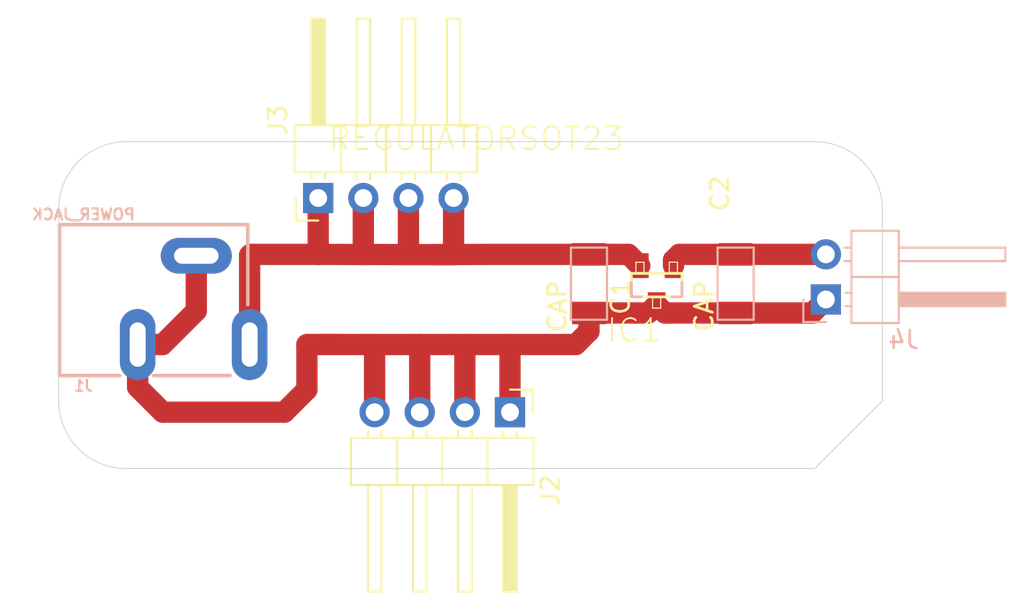
<source format=kicad_pcb>
(kicad_pcb (version 20171130) (host pcbnew "(5.1.5-0-10_14)")

  (general
    (thickness 1.6)
    (drawings 8)
    (tracks 44)
    (zones 0)
    (modules 7)
    (nets 3)
  )

  (page A4)
  (layers
    (0 F.Cu signal)
    (31 B.Cu signal)
    (32 B.Adhes user)
    (33 F.Adhes user)
    (34 B.Paste user)
    (35 F.Paste user)
    (36 B.SilkS user)
    (37 F.SilkS user)
    (38 B.Mask user)
    (39 F.Mask user)
    (40 Dwgs.User user)
    (41 Cmts.User user)
    (42 Eco1.User user)
    (43 Eco2.User user)
    (44 Edge.Cuts user)
    (45 Margin user)
    (46 B.CrtYd user)
    (47 F.CrtYd user)
    (48 B.Fab user)
    (49 F.Fab user)
  )

  (setup
    (last_trace_width 0.4)
    (trace_clearance 0.42)
    (zone_clearance 0.508)
    (zone_45_only no)
    (trace_min 0.2)
    (via_size 1.2)
    (via_drill 0.8)
    (via_min_size 0.4)
    (via_min_drill 0.3)
    (uvia_size 1.2)
    (uvia_drill 0.8)
    (uvias_allowed no)
    (uvia_min_size 0.2)
    (uvia_min_drill 0.1)
    (edge_width 0.05)
    (segment_width 0.2)
    (pcb_text_width 0.3)
    (pcb_text_size 1.5 1.5)
    (mod_edge_width 0.12)
    (mod_text_size 1 1)
    (mod_text_width 0.15)
    (pad_size 1.99898 3.99796)
    (pad_drill 0.9)
    (pad_to_mask_clearance 0.051)
    (solder_mask_min_width 0.25)
    (aux_axis_origin 0 0)
    (visible_elements FFFFFF7F)
    (pcbplotparams
      (layerselection 0x01000_7fffffff)
      (usegerberextensions false)
      (usegerberattributes false)
      (usegerberadvancedattributes false)
      (creategerberjobfile false)
      (excludeedgelayer true)
      (linewidth 0.100000)
      (plotframeref false)
      (viasonmask false)
      (mode 1)
      (useauxorigin false)
      (hpglpennumber 1)
      (hpglpenspeed 20)
      (hpglpendiameter 15.000000)
      (psnegative false)
      (psa4output false)
      (plotreference true)
      (plotvalue true)
      (plotinvisibletext false)
      (padsonsilk false)
      (subtractmaskfromsilk false)
      (outputformat 1)
      (mirror false)
      (drillshape 0)
      (scaleselection 1)
      (outputdirectory ""))
  )

  (net 0 "")
  (net 1 GND)
  (net 2 VCC)

  (net_class Default "This is the default net class."
    (clearance 0.42)
    (trace_width 0.4)
    (via_dia 1.2)
    (via_drill 0.8)
    (uvia_dia 1.2)
    (uvia_drill 0.8)
    (diff_pair_width 0.4)
    (diff_pair_gap 0.4)
    (add_net GND)
    (add_net VCC)
  )

  (module fab:fab-R1206FAB (layer F.Cu) (tedit 200000) (tstamp 5EE673FC)
    (at 167.005 91.821 270)
    (path /5EE5F362)
    (attr smd)
    (fp_text reference C2 (at -5.08 0.889 90) (layer F.SilkS)
      (effects (font (size 1.016 1.016) (thickness 0.1524)))
    )
    (fp_text value CAP (at 1.27 1.778 90) (layer F.SilkS)
      (effects (font (size 1.016 1.016) (thickness 0.1524)))
    )
    (fp_line (start -2.032 1.016) (end -2.032 -1.016) (layer B.SilkS) (width 0.127))
    (fp_line (start 2.032 1.016) (end -2.032 1.016) (layer B.SilkS) (width 0.127))
    (fp_line (start 2.032 -1.016) (end 2.032 1.016) (layer B.SilkS) (width 0.127))
    (fp_line (start -2.032 -1.016) (end 2.032 -1.016) (layer B.SilkS) (width 0.127))
    (pad 2 smd rect (at 1.651 0 270) (size 1.27 1.905) (layers F.Cu F.Paste F.Mask)
      (net 1 GND))
    (pad 1 smd rect (at -1.651 0 270) (size 1.27 1.905) (layers F.Cu F.Paste F.Mask)
      (net 2 VCC))
  )

  (module fab:fab-R1206FAB (layer F.Cu) (tedit 200000) (tstamp 5EE673F2)
    (at 158.75 91.821 270)
    (path /5EE5E705)
    (attr smd)
    (fp_text reference C1 (at 0.762 -1.778 90) (layer F.SilkS)
      (effects (font (size 1.016 1.016) (thickness 0.1524)))
    )
    (fp_text value CAP (at 1.27 1.778 90) (layer F.SilkS)
      (effects (font (size 1.016 1.016) (thickness 0.1524)))
    )
    (fp_line (start -2.032 1.016) (end -2.032 -1.016) (layer B.SilkS) (width 0.127))
    (fp_line (start 2.032 1.016) (end -2.032 1.016) (layer B.SilkS) (width 0.127))
    (fp_line (start 2.032 -1.016) (end 2.032 1.016) (layer B.SilkS) (width 0.127))
    (fp_line (start -2.032 -1.016) (end 2.032 -1.016) (layer B.SilkS) (width 0.127))
    (pad 2 smd rect (at 1.651 0 270) (size 1.27 1.905) (layers F.Cu F.Paste F.Mask)
      (net 1 GND))
    (pad 1 smd rect (at -1.651 0 270) (size 1.27 1.905) (layers F.Cu F.Paste F.Mask)
      (net 2 VCC))
  )

  (module Connector_PinHeader_2.54mm:PinHeader_1x02_P2.54mm_Horizontal (layer B.Cu) (tedit 59FED5CB) (tstamp 5EE63693)
    (at 172.085 92.71)
    (descr "Through hole angled pin header, 1x02, 2.54mm pitch, 6mm pin length, single row")
    (tags "Through hole angled pin header THT 1x02 2.54mm single row")
    (path /5EE66AF2)
    (fp_text reference J4 (at 4.385 2.27) (layer B.SilkS)
      (effects (font (size 1 1) (thickness 0.15)) (justify mirror))
    )
    (fp_text value Conn_01x02_Male (at 4.385 -4.81) (layer B.Fab)
      (effects (font (size 1 1) (thickness 0.15)) (justify mirror))
    )
    (fp_text user %R (at 2.77 -1.27 -90) (layer B.Fab)
      (effects (font (size 1 1) (thickness 0.15)) (justify mirror))
    )
    (fp_line (start 10.55 1.8) (end -1.8 1.8) (layer B.CrtYd) (width 0.05))
    (fp_line (start 10.55 -4.35) (end 10.55 1.8) (layer B.CrtYd) (width 0.05))
    (fp_line (start -1.8 -4.35) (end 10.55 -4.35) (layer B.CrtYd) (width 0.05))
    (fp_line (start -1.8 1.8) (end -1.8 -4.35) (layer B.CrtYd) (width 0.05))
    (fp_line (start -1.27 1.27) (end 0 1.27) (layer B.SilkS) (width 0.12))
    (fp_line (start -1.27 0) (end -1.27 1.27) (layer B.SilkS) (width 0.12))
    (fp_line (start 1.042929 -2.92) (end 1.44 -2.92) (layer B.SilkS) (width 0.12))
    (fp_line (start 1.042929 -2.16) (end 1.44 -2.16) (layer B.SilkS) (width 0.12))
    (fp_line (start 10.1 -2.92) (end 4.1 -2.92) (layer B.SilkS) (width 0.12))
    (fp_line (start 10.1 -2.16) (end 10.1 -2.92) (layer B.SilkS) (width 0.12))
    (fp_line (start 4.1 -2.16) (end 10.1 -2.16) (layer B.SilkS) (width 0.12))
    (fp_line (start 1.44 -1.27) (end 4.1 -1.27) (layer B.SilkS) (width 0.12))
    (fp_line (start 1.11 -0.38) (end 1.44 -0.38) (layer B.SilkS) (width 0.12))
    (fp_line (start 1.11 0.38) (end 1.44 0.38) (layer B.SilkS) (width 0.12))
    (fp_line (start 4.1 -0.28) (end 10.1 -0.28) (layer B.SilkS) (width 0.12))
    (fp_line (start 4.1 -0.16) (end 10.1 -0.16) (layer B.SilkS) (width 0.12))
    (fp_line (start 4.1 -0.04) (end 10.1 -0.04) (layer B.SilkS) (width 0.12))
    (fp_line (start 4.1 0.08) (end 10.1 0.08) (layer B.SilkS) (width 0.12))
    (fp_line (start 4.1 0.2) (end 10.1 0.2) (layer B.SilkS) (width 0.12))
    (fp_line (start 4.1 0.32) (end 10.1 0.32) (layer B.SilkS) (width 0.12))
    (fp_line (start 10.1 -0.38) (end 4.1 -0.38) (layer B.SilkS) (width 0.12))
    (fp_line (start 10.1 0.38) (end 10.1 -0.38) (layer B.SilkS) (width 0.12))
    (fp_line (start 4.1 0.38) (end 10.1 0.38) (layer B.SilkS) (width 0.12))
    (fp_line (start 4.1 1.33) (end 1.44 1.33) (layer B.SilkS) (width 0.12))
    (fp_line (start 4.1 -3.87) (end 4.1 1.33) (layer B.SilkS) (width 0.12))
    (fp_line (start 1.44 -3.87) (end 4.1 -3.87) (layer B.SilkS) (width 0.12))
    (fp_line (start 1.44 1.33) (end 1.44 -3.87) (layer B.SilkS) (width 0.12))
    (fp_line (start 4.04 -2.86) (end 10.04 -2.86) (layer B.Fab) (width 0.1))
    (fp_line (start 10.04 -2.22) (end 10.04 -2.86) (layer B.Fab) (width 0.1))
    (fp_line (start 4.04 -2.22) (end 10.04 -2.22) (layer B.Fab) (width 0.1))
    (fp_line (start -0.32 -2.86) (end 1.5 -2.86) (layer B.Fab) (width 0.1))
    (fp_line (start -0.32 -2.22) (end -0.32 -2.86) (layer B.Fab) (width 0.1))
    (fp_line (start -0.32 -2.22) (end 1.5 -2.22) (layer B.Fab) (width 0.1))
    (fp_line (start 4.04 -0.32) (end 10.04 -0.32) (layer B.Fab) (width 0.1))
    (fp_line (start 10.04 0.32) (end 10.04 -0.32) (layer B.Fab) (width 0.1))
    (fp_line (start 4.04 0.32) (end 10.04 0.32) (layer B.Fab) (width 0.1))
    (fp_line (start -0.32 -0.32) (end 1.5 -0.32) (layer B.Fab) (width 0.1))
    (fp_line (start -0.32 0.32) (end -0.32 -0.32) (layer B.Fab) (width 0.1))
    (fp_line (start -0.32 0.32) (end 1.5 0.32) (layer B.Fab) (width 0.1))
    (fp_line (start 1.5 0.635) (end 2.135 1.27) (layer B.Fab) (width 0.1))
    (fp_line (start 1.5 -3.81) (end 1.5 0.635) (layer B.Fab) (width 0.1))
    (fp_line (start 4.04 -3.81) (end 1.5 -3.81) (layer B.Fab) (width 0.1))
    (fp_line (start 4.04 1.27) (end 4.04 -3.81) (layer B.Fab) (width 0.1))
    (fp_line (start 2.135 1.27) (end 4.04 1.27) (layer B.Fab) (width 0.1))
    (pad 2 thru_hole oval (at 0 -2.54) (size 1.7 1.7) (drill 1) (layers *.Cu *.Mask)
      (net 2 VCC))
    (pad 1 thru_hole rect (at 0 0) (size 1.7 1.7) (drill 1) (layers *.Cu *.Mask)
      (net 1 GND))
    (model ${KISYS3DMOD}/Connector_PinHeader_2.54mm.3dshapes/PinHeader_1x02_P2.54mm_Horizontal.wrl
      (at (xyz 0 0 0))
      (scale (xyz 1 1 1))
      (rotate (xyz 0 0 0))
    )
  )

  (module Connector_PinHeader_2.54mm:PinHeader_1x04_P2.54mm_Horizontal (layer F.Cu) (tedit 59FED5CB) (tstamp 5EE63660)
    (at 143.51 86.995 90)
    (descr "Through hole angled pin header, 1x04, 2.54mm pitch, 6mm pin length, single row")
    (tags "Through hole angled pin header THT 1x04 2.54mm single row")
    (path /5EE68932)
    (fp_text reference J3 (at 4.385 -2.27 90) (layer F.SilkS)
      (effects (font (size 1 1) (thickness 0.15)))
    )
    (fp_text value Conn_01x04_Male (at 4.385 9.89 90) (layer F.Fab)
      (effects (font (size 1 1) (thickness 0.15)))
    )
    (fp_text user %R (at 2.77 3.81) (layer F.Fab)
      (effects (font (size 1 1) (thickness 0.15)))
    )
    (fp_line (start 10.55 -1.8) (end -1.8 -1.8) (layer F.CrtYd) (width 0.05))
    (fp_line (start 10.55 9.4) (end 10.55 -1.8) (layer F.CrtYd) (width 0.05))
    (fp_line (start -1.8 9.4) (end 10.55 9.4) (layer F.CrtYd) (width 0.05))
    (fp_line (start -1.8 -1.8) (end -1.8 9.4) (layer F.CrtYd) (width 0.05))
    (fp_line (start -1.27 -1.27) (end 0 -1.27) (layer F.SilkS) (width 0.12))
    (fp_line (start -1.27 0) (end -1.27 -1.27) (layer F.SilkS) (width 0.12))
    (fp_line (start 1.042929 8) (end 1.44 8) (layer F.SilkS) (width 0.12))
    (fp_line (start 1.042929 7.24) (end 1.44 7.24) (layer F.SilkS) (width 0.12))
    (fp_line (start 10.1 8) (end 4.1 8) (layer F.SilkS) (width 0.12))
    (fp_line (start 10.1 7.24) (end 10.1 8) (layer F.SilkS) (width 0.12))
    (fp_line (start 4.1 7.24) (end 10.1 7.24) (layer F.SilkS) (width 0.12))
    (fp_line (start 1.44 6.35) (end 4.1 6.35) (layer F.SilkS) (width 0.12))
    (fp_line (start 1.042929 5.46) (end 1.44 5.46) (layer F.SilkS) (width 0.12))
    (fp_line (start 1.042929 4.7) (end 1.44 4.7) (layer F.SilkS) (width 0.12))
    (fp_line (start 10.1 5.46) (end 4.1 5.46) (layer F.SilkS) (width 0.12))
    (fp_line (start 10.1 4.7) (end 10.1 5.46) (layer F.SilkS) (width 0.12))
    (fp_line (start 4.1 4.7) (end 10.1 4.7) (layer F.SilkS) (width 0.12))
    (fp_line (start 1.44 3.81) (end 4.1 3.81) (layer F.SilkS) (width 0.12))
    (fp_line (start 1.042929 2.92) (end 1.44 2.92) (layer F.SilkS) (width 0.12))
    (fp_line (start 1.042929 2.16) (end 1.44 2.16) (layer F.SilkS) (width 0.12))
    (fp_line (start 10.1 2.92) (end 4.1 2.92) (layer F.SilkS) (width 0.12))
    (fp_line (start 10.1 2.16) (end 10.1 2.92) (layer F.SilkS) (width 0.12))
    (fp_line (start 4.1 2.16) (end 10.1 2.16) (layer F.SilkS) (width 0.12))
    (fp_line (start 1.44 1.27) (end 4.1 1.27) (layer F.SilkS) (width 0.12))
    (fp_line (start 1.11 0.38) (end 1.44 0.38) (layer F.SilkS) (width 0.12))
    (fp_line (start 1.11 -0.38) (end 1.44 -0.38) (layer F.SilkS) (width 0.12))
    (fp_line (start 4.1 0.28) (end 10.1 0.28) (layer F.SilkS) (width 0.12))
    (fp_line (start 4.1 0.16) (end 10.1 0.16) (layer F.SilkS) (width 0.12))
    (fp_line (start 4.1 0.04) (end 10.1 0.04) (layer F.SilkS) (width 0.12))
    (fp_line (start 4.1 -0.08) (end 10.1 -0.08) (layer F.SilkS) (width 0.12))
    (fp_line (start 4.1 -0.2) (end 10.1 -0.2) (layer F.SilkS) (width 0.12))
    (fp_line (start 4.1 -0.32) (end 10.1 -0.32) (layer F.SilkS) (width 0.12))
    (fp_line (start 10.1 0.38) (end 4.1 0.38) (layer F.SilkS) (width 0.12))
    (fp_line (start 10.1 -0.38) (end 10.1 0.38) (layer F.SilkS) (width 0.12))
    (fp_line (start 4.1 -0.38) (end 10.1 -0.38) (layer F.SilkS) (width 0.12))
    (fp_line (start 4.1 -1.33) (end 1.44 -1.33) (layer F.SilkS) (width 0.12))
    (fp_line (start 4.1 8.95) (end 4.1 -1.33) (layer F.SilkS) (width 0.12))
    (fp_line (start 1.44 8.95) (end 4.1 8.95) (layer F.SilkS) (width 0.12))
    (fp_line (start 1.44 -1.33) (end 1.44 8.95) (layer F.SilkS) (width 0.12))
    (fp_line (start 4.04 7.94) (end 10.04 7.94) (layer F.Fab) (width 0.1))
    (fp_line (start 10.04 7.3) (end 10.04 7.94) (layer F.Fab) (width 0.1))
    (fp_line (start 4.04 7.3) (end 10.04 7.3) (layer F.Fab) (width 0.1))
    (fp_line (start -0.32 7.94) (end 1.5 7.94) (layer F.Fab) (width 0.1))
    (fp_line (start -0.32 7.3) (end -0.32 7.94) (layer F.Fab) (width 0.1))
    (fp_line (start -0.32 7.3) (end 1.5 7.3) (layer F.Fab) (width 0.1))
    (fp_line (start 4.04 5.4) (end 10.04 5.4) (layer F.Fab) (width 0.1))
    (fp_line (start 10.04 4.76) (end 10.04 5.4) (layer F.Fab) (width 0.1))
    (fp_line (start 4.04 4.76) (end 10.04 4.76) (layer F.Fab) (width 0.1))
    (fp_line (start -0.32 5.4) (end 1.5 5.4) (layer F.Fab) (width 0.1))
    (fp_line (start -0.32 4.76) (end -0.32 5.4) (layer F.Fab) (width 0.1))
    (fp_line (start -0.32 4.76) (end 1.5 4.76) (layer F.Fab) (width 0.1))
    (fp_line (start 4.04 2.86) (end 10.04 2.86) (layer F.Fab) (width 0.1))
    (fp_line (start 10.04 2.22) (end 10.04 2.86) (layer F.Fab) (width 0.1))
    (fp_line (start 4.04 2.22) (end 10.04 2.22) (layer F.Fab) (width 0.1))
    (fp_line (start -0.32 2.86) (end 1.5 2.86) (layer F.Fab) (width 0.1))
    (fp_line (start -0.32 2.22) (end -0.32 2.86) (layer F.Fab) (width 0.1))
    (fp_line (start -0.32 2.22) (end 1.5 2.22) (layer F.Fab) (width 0.1))
    (fp_line (start 4.04 0.32) (end 10.04 0.32) (layer F.Fab) (width 0.1))
    (fp_line (start 10.04 -0.32) (end 10.04 0.32) (layer F.Fab) (width 0.1))
    (fp_line (start 4.04 -0.32) (end 10.04 -0.32) (layer F.Fab) (width 0.1))
    (fp_line (start -0.32 0.32) (end 1.5 0.32) (layer F.Fab) (width 0.1))
    (fp_line (start -0.32 -0.32) (end -0.32 0.32) (layer F.Fab) (width 0.1))
    (fp_line (start -0.32 -0.32) (end 1.5 -0.32) (layer F.Fab) (width 0.1))
    (fp_line (start 1.5 -0.635) (end 2.135 -1.27) (layer F.Fab) (width 0.1))
    (fp_line (start 1.5 8.89) (end 1.5 -0.635) (layer F.Fab) (width 0.1))
    (fp_line (start 4.04 8.89) (end 1.5 8.89) (layer F.Fab) (width 0.1))
    (fp_line (start 4.04 -1.27) (end 4.04 8.89) (layer F.Fab) (width 0.1))
    (fp_line (start 2.135 -1.27) (end 4.04 -1.27) (layer F.Fab) (width 0.1))
    (pad 4 thru_hole oval (at 0 7.62 90) (size 1.7 1.7) (drill 1) (layers *.Cu *.Mask)
      (net 2 VCC))
    (pad 3 thru_hole oval (at 0 5.08 90) (size 1.7 1.7) (drill 1) (layers *.Cu *.Mask)
      (net 2 VCC))
    (pad 2 thru_hole oval (at 0 2.54 90) (size 1.7 1.7) (drill 1) (layers *.Cu *.Mask)
      (net 2 VCC))
    (pad 1 thru_hole rect (at 0 0 90) (size 1.7 1.7) (drill 1) (layers *.Cu *.Mask)
      (net 2 VCC))
    (model ${KISYS3DMOD}/Connector_PinHeader_2.54mm.3dshapes/PinHeader_1x04_P2.54mm_Horizontal.wrl
      (at (xyz 0 0 0))
      (scale (xyz 1 1 1))
      (rotate (xyz 0 0 0))
    )
  )

  (module Connector_PinHeader_2.54mm:PinHeader_1x04_P2.54mm_Horizontal (layer F.Cu) (tedit 59FED5CB) (tstamp 5EE63613)
    (at 154.305 99.06 270)
    (descr "Through hole angled pin header, 1x04, 2.54mm pitch, 6mm pin length, single row")
    (tags "Through hole angled pin header THT 1x04 2.54mm single row")
    (path /5EE6CBF7)
    (fp_text reference J2 (at 4.385 -2.27 90) (layer F.SilkS)
      (effects (font (size 1 1) (thickness 0.15)))
    )
    (fp_text value Conn_01x04_Male (at 4.385 9.89 90) (layer F.Fab)
      (effects (font (size 1 1) (thickness 0.15)))
    )
    (fp_text user %R (at 2.77 3.81) (layer F.Fab)
      (effects (font (size 1 1) (thickness 0.15)))
    )
    (fp_line (start 10.55 -1.8) (end -1.8 -1.8) (layer F.CrtYd) (width 0.05))
    (fp_line (start 10.55 9.4) (end 10.55 -1.8) (layer F.CrtYd) (width 0.05))
    (fp_line (start -1.8 9.4) (end 10.55 9.4) (layer F.CrtYd) (width 0.05))
    (fp_line (start -1.8 -1.8) (end -1.8 9.4) (layer F.CrtYd) (width 0.05))
    (fp_line (start -1.27 -1.27) (end 0 -1.27) (layer F.SilkS) (width 0.12))
    (fp_line (start -1.27 0) (end -1.27 -1.27) (layer F.SilkS) (width 0.12))
    (fp_line (start 1.042929 8) (end 1.44 8) (layer F.SilkS) (width 0.12))
    (fp_line (start 1.042929 7.24) (end 1.44 7.24) (layer F.SilkS) (width 0.12))
    (fp_line (start 10.1 8) (end 4.1 8) (layer F.SilkS) (width 0.12))
    (fp_line (start 10.1 7.24) (end 10.1 8) (layer F.SilkS) (width 0.12))
    (fp_line (start 4.1 7.24) (end 10.1 7.24) (layer F.SilkS) (width 0.12))
    (fp_line (start 1.44 6.35) (end 4.1 6.35) (layer F.SilkS) (width 0.12))
    (fp_line (start 1.042929 5.46) (end 1.44 5.46) (layer F.SilkS) (width 0.12))
    (fp_line (start 1.042929 4.7) (end 1.44 4.7) (layer F.SilkS) (width 0.12))
    (fp_line (start 10.1 5.46) (end 4.1 5.46) (layer F.SilkS) (width 0.12))
    (fp_line (start 10.1 4.7) (end 10.1 5.46) (layer F.SilkS) (width 0.12))
    (fp_line (start 4.1 4.7) (end 10.1 4.7) (layer F.SilkS) (width 0.12))
    (fp_line (start 1.44 3.81) (end 4.1 3.81) (layer F.SilkS) (width 0.12))
    (fp_line (start 1.042929 2.92) (end 1.44 2.92) (layer F.SilkS) (width 0.12))
    (fp_line (start 1.042929 2.16) (end 1.44 2.16) (layer F.SilkS) (width 0.12))
    (fp_line (start 10.1 2.92) (end 4.1 2.92) (layer F.SilkS) (width 0.12))
    (fp_line (start 10.1 2.16) (end 10.1 2.92) (layer F.SilkS) (width 0.12))
    (fp_line (start 4.1 2.16) (end 10.1 2.16) (layer F.SilkS) (width 0.12))
    (fp_line (start 1.44 1.27) (end 4.1 1.27) (layer F.SilkS) (width 0.12))
    (fp_line (start 1.11 0.38) (end 1.44 0.38) (layer F.SilkS) (width 0.12))
    (fp_line (start 1.11 -0.38) (end 1.44 -0.38) (layer F.SilkS) (width 0.12))
    (fp_line (start 4.1 0.28) (end 10.1 0.28) (layer F.SilkS) (width 0.12))
    (fp_line (start 4.1 0.16) (end 10.1 0.16) (layer F.SilkS) (width 0.12))
    (fp_line (start 4.1 0.04) (end 10.1 0.04) (layer F.SilkS) (width 0.12))
    (fp_line (start 4.1 -0.08) (end 10.1 -0.08) (layer F.SilkS) (width 0.12))
    (fp_line (start 4.1 -0.2) (end 10.1 -0.2) (layer F.SilkS) (width 0.12))
    (fp_line (start 4.1 -0.32) (end 10.1 -0.32) (layer F.SilkS) (width 0.12))
    (fp_line (start 10.1 0.38) (end 4.1 0.38) (layer F.SilkS) (width 0.12))
    (fp_line (start 10.1 -0.38) (end 10.1 0.38) (layer F.SilkS) (width 0.12))
    (fp_line (start 4.1 -0.38) (end 10.1 -0.38) (layer F.SilkS) (width 0.12))
    (fp_line (start 4.1 -1.33) (end 1.44 -1.33) (layer F.SilkS) (width 0.12))
    (fp_line (start 4.1 8.95) (end 4.1 -1.33) (layer F.SilkS) (width 0.12))
    (fp_line (start 1.44 8.95) (end 4.1 8.95) (layer F.SilkS) (width 0.12))
    (fp_line (start 1.44 -1.33) (end 1.44 8.95) (layer F.SilkS) (width 0.12))
    (fp_line (start 4.04 7.94) (end 10.04 7.94) (layer F.Fab) (width 0.1))
    (fp_line (start 10.04 7.3) (end 10.04 7.94) (layer F.Fab) (width 0.1))
    (fp_line (start 4.04 7.3) (end 10.04 7.3) (layer F.Fab) (width 0.1))
    (fp_line (start -0.32 7.94) (end 1.5 7.94) (layer F.Fab) (width 0.1))
    (fp_line (start -0.32 7.3) (end -0.32 7.94) (layer F.Fab) (width 0.1))
    (fp_line (start -0.32 7.3) (end 1.5 7.3) (layer F.Fab) (width 0.1))
    (fp_line (start 4.04 5.4) (end 10.04 5.4) (layer F.Fab) (width 0.1))
    (fp_line (start 10.04 4.76) (end 10.04 5.4) (layer F.Fab) (width 0.1))
    (fp_line (start 4.04 4.76) (end 10.04 4.76) (layer F.Fab) (width 0.1))
    (fp_line (start -0.32 5.4) (end 1.5 5.4) (layer F.Fab) (width 0.1))
    (fp_line (start -0.32 4.76) (end -0.32 5.4) (layer F.Fab) (width 0.1))
    (fp_line (start -0.32 4.76) (end 1.5 4.76) (layer F.Fab) (width 0.1))
    (fp_line (start 4.04 2.86) (end 10.04 2.86) (layer F.Fab) (width 0.1))
    (fp_line (start 10.04 2.22) (end 10.04 2.86) (layer F.Fab) (width 0.1))
    (fp_line (start 4.04 2.22) (end 10.04 2.22) (layer F.Fab) (width 0.1))
    (fp_line (start -0.32 2.86) (end 1.5 2.86) (layer F.Fab) (width 0.1))
    (fp_line (start -0.32 2.22) (end -0.32 2.86) (layer F.Fab) (width 0.1))
    (fp_line (start -0.32 2.22) (end 1.5 2.22) (layer F.Fab) (width 0.1))
    (fp_line (start 4.04 0.32) (end 10.04 0.32) (layer F.Fab) (width 0.1))
    (fp_line (start 10.04 -0.32) (end 10.04 0.32) (layer F.Fab) (width 0.1))
    (fp_line (start 4.04 -0.32) (end 10.04 -0.32) (layer F.Fab) (width 0.1))
    (fp_line (start -0.32 0.32) (end 1.5 0.32) (layer F.Fab) (width 0.1))
    (fp_line (start -0.32 -0.32) (end -0.32 0.32) (layer F.Fab) (width 0.1))
    (fp_line (start -0.32 -0.32) (end 1.5 -0.32) (layer F.Fab) (width 0.1))
    (fp_line (start 1.5 -0.635) (end 2.135 -1.27) (layer F.Fab) (width 0.1))
    (fp_line (start 1.5 8.89) (end 1.5 -0.635) (layer F.Fab) (width 0.1))
    (fp_line (start 4.04 8.89) (end 1.5 8.89) (layer F.Fab) (width 0.1))
    (fp_line (start 4.04 -1.27) (end 4.04 8.89) (layer F.Fab) (width 0.1))
    (fp_line (start 2.135 -1.27) (end 4.04 -1.27) (layer F.Fab) (width 0.1))
    (pad 4 thru_hole oval (at 0 7.62 270) (size 1.7 1.7) (drill 1) (layers *.Cu *.Mask)
      (net 1 GND))
    (pad 3 thru_hole oval (at 0 5.08 270) (size 1.7 1.7) (drill 1) (layers *.Cu *.Mask)
      (net 1 GND))
    (pad 2 thru_hole oval (at 0 2.54 270) (size 1.7 1.7) (drill 1) (layers *.Cu *.Mask)
      (net 1 GND))
    (pad 1 thru_hole rect (at 0 0 270) (size 1.7 1.7) (drill 1) (layers *.Cu *.Mask)
      (net 1 GND))
    (model ${KISYS3DMOD}/Connector_PinHeader_2.54mm.3dshapes/PinHeader_1x04_P2.54mm_Horizontal.wrl
      (at (xyz 0 0 0))
      (scale (xyz 1 1 1))
      (rotate (xyz 0 0 0))
    )
  )

  (module Connectors:POWER_JACK_SLOT (layer B.Cu) (tedit 5EE502E8) (tstamp 5EE635C6)
    (at 125.85192 97.8281 90)
    (descr "DC BARREL POWER JACK/CONNECTOR PTH SLOT PADS")
    (tags "DC BARREL POWER JACK/CONNECTOR PTH SLOT PADS")
    (path /5EE57277)
    (attr virtual)
    (fp_text reference J1 (at 0.254 4.445) (layer B.SilkS)
      (effects (font (size 0.6096 0.6096) (thickness 0.127)) (justify mirror))
    )
    (fp_text value POWER_JACK (at 9.906 4.445) (layer B.SilkS)
      (effects (font (size 0.6096 0.6096) (thickness 0.127)) (justify mirror))
    )
    (fp_arc (start 7.57936 11.8999) (end 7.07898 11.8999) (angle -90) (layer Dwgs.User) (width 0.1))
    (fp_arc (start 7.57936 9.69772) (end 7.57936 9.19988) (angle -90) (layer Dwgs.User) (width 0.1))
    (fp_arc (start 7.57936 9.69772) (end 8.07974 9.69772) (angle -90) (layer Dwgs.User) (width 0.1))
    (fp_arc (start 7.57936 11.8999) (end 7.57936 12.39774) (angle -90) (layer Dwgs.User) (width 0.1))
    (fp_arc (start 1.47828 7.49808) (end 1.47828 6.9977) (angle -90) (layer Dwgs.User) (width 0.1))
    (fp_arc (start 3.67792 7.49808) (end 4.1783 7.49808) (angle -90) (layer Dwgs.User) (width 0.1))
    (fp_arc (start 3.67792 7.49808) (end 3.67792 7.99846) (angle -90) (layer Dwgs.User) (width 0.1))
    (fp_arc (start 1.47828 7.49808) (end 0.9779 7.49808) (angle -90) (layer Dwgs.User) (width 0.1))
    (fp_arc (start 1.47828 13.79982) (end 1.47828 13.29944) (angle -90) (layer Dwgs.User) (width 0.1))
    (fp_arc (start 3.67792 13.79982) (end 4.1783 13.79982) (angle -90) (layer Dwgs.User) (width 0.1))
    (fp_arc (start 3.67792 13.79982) (end 3.67792 14.29766) (angle -90) (layer Dwgs.User) (width 0.1))
    (fp_arc (start 1.47828 13.79982) (end 0.9779 13.79982) (angle -90) (layer Dwgs.User) (width 0.1))
    (fp_line (start 9.32942 3.0988) (end 9.27862 3.0988) (layer B.SilkS) (width 0.2032))
    (fp_line (start 0.82804 3.0988) (end 9.32942 3.0988) (layer B.SilkS) (width 0.2032))
    (fp_line (start 9.32942 3.0988) (end 9.32942 13.69822) (layer B.SilkS) (width 0.2032))
    (fp_line (start 0.82804 6.50748) (end 0.82804 3.0988) (layer B.SilkS) (width 0.2032))
    (fp_line (start 9.32942 0.09906) (end 0.82804 0.09906) (layer Dwgs.User) (width 0.2032))
    (fp_line (start 9.32942 0.09906) (end 9.32942 3.0988) (layer Dwgs.User) (width 0.2032))
    (fp_line (start 0.82804 3.0988) (end 0.82804 0.09906) (layer Dwgs.User) (width 0.2032))
    (fp_line (start 7.07898 9.69772) (end 7.07898 11.8999) (layer Dwgs.User) (width 0.1))
    (fp_line (start 8.07974 11.8999) (end 8.07974 9.69772) (layer Dwgs.User) (width 0.1))
    (fp_line (start 3.67792 6.9977) (end 1.47828 6.9977) (layer Dwgs.User) (width 0.1))
    (fp_line (start 1.47828 7.99846) (end 3.67792 7.99846) (layer Dwgs.User) (width 0.1))
    (fp_line (start 3.67792 13.29944) (end 1.47828 13.29944) (layer Dwgs.User) (width 0.1))
    (fp_line (start 1.47828 14.29766) (end 3.67792 14.29766) (layer Dwgs.User) (width 0.1))
    (fp_line (start 0.9779 13.79982) (end 4.1783 13.79982) (layer Dwgs.User) (width 0.1))
    (fp_line (start 0.82804 8.39978) (end 0.82804 6.54812) (layer Dwgs.User) (width 0.2032))
    (fp_line (start 0.82804 12.7) (end 0.82804 8.39978) (layer B.SilkS) (width 0.2032))
    (fp_line (start 0.82804 13.69822) (end 0.82804 12.7) (layer Dwgs.User) (width 0.2032))
    (fp_line (start 4.82854 13.69822) (end 0.82804 13.69822) (layer Dwgs.User) (width 0.2032))
    (fp_line (start 9.32942 13.69822) (end 4.82854 13.69822) (layer B.SilkS) (width 0.2032))
    (pad PWR thru_hole oval (at 2.5781 13.79982) (size 1.99898 3.99796) (drill oval 0.9 2.5) (layers *.Cu *.Mask)
      (net 2 VCC) (solder_mask_margin 0.1016))
    (pad GND thru_hole oval (at 7.57936 10.79754 270) (size 1.99898 3.99796) (drill oval 0.9 2.5) (layers *.Cu *.Mask)
      (net 1 GND) (solder_mask_margin 0.1016))
    (pad GND thru_hole oval (at 2.5781 7.49808) (size 1.99898 3.99796) (drill oval 0.9 2.5) (layers *.Cu *.Mask)
      (net 1 GND) (solder_mask_margin 0.1016))
  )

  (module fab:fab-SOT23 (layer F.Cu) (tedit 200000) (tstamp 5EE635A0)
    (at 162.56 91.90482 180)
    (descr "SOT 23")
    (tags "SOT 23")
    (path /5EE5E90C)
    (attr smd)
    (fp_text reference IC1 (at 1.27 -2.54) (layer F.SilkS)
      (effects (font (size 1.27 1.27) (thickness 0.1016)))
    )
    (fp_text value REGULATORSOT23 (at 10.16 8.255) (layer F.SilkS)
      (effects (font (size 1.27 1.27) (thickness 0.1016)))
    )
    (fp_line (start 0.8636 -0.6604) (end 1.4224 -0.6604) (layer B.SilkS) (width 0.1524))
    (fp_line (start 1.4224 -0.6604) (end 1.4224 0.1524) (layer B.SilkS) (width 0.1524))
    (fp_line (start -1.4224 -0.6604) (end -0.8636 -0.6604) (layer B.SilkS) (width 0.1524))
    (fp_line (start -1.4224 0.1524) (end -1.4224 -0.6604) (layer B.SilkS) (width 0.1524))
    (fp_line (start -1.4224 -0.6604) (end 1.4224 -0.6604) (layer F.SilkS) (width 0.1524))
    (fp_line (start -1.4224 0.6604) (end -1.4224 -0.6604) (layer F.SilkS) (width 0.1524))
    (fp_line (start 1.4224 0.6604) (end -1.4224 0.6604) (layer F.SilkS) (width 0.1524))
    (fp_line (start 1.4224 -0.6604) (end 1.4224 0.6604) (layer F.SilkS) (width 0.1524))
    (fp_line (start -1.1684 1.29286) (end -1.1684 0.7112) (layer F.SilkS) (width 0.06604))
    (fp_line (start -1.1684 0.7112) (end -0.7112 0.7112) (layer F.SilkS) (width 0.06604))
    (fp_line (start -0.7112 1.29286) (end -0.7112 0.7112) (layer F.SilkS) (width 0.06604))
    (fp_line (start -1.1684 1.29286) (end -0.7112 1.29286) (layer F.SilkS) (width 0.06604))
    (fp_line (start 0.7112 1.29286) (end 0.7112 0.7112) (layer F.SilkS) (width 0.06604))
    (fp_line (start 0.7112 0.7112) (end 1.1684 0.7112) (layer F.SilkS) (width 0.06604))
    (fp_line (start 1.1684 1.29286) (end 1.1684 0.7112) (layer F.SilkS) (width 0.06604))
    (fp_line (start 0.7112 1.29286) (end 1.1684 1.29286) (layer F.SilkS) (width 0.06604))
    (fp_line (start -0.2286 -0.7112) (end -0.2286 -1.29286) (layer F.SilkS) (width 0.06604))
    (fp_line (start -0.2286 -1.29286) (end 0.2286 -1.29286) (layer F.SilkS) (width 0.06604))
    (fp_line (start 0.2286 -0.7112) (end 0.2286 -1.29286) (layer F.SilkS) (width 0.06604))
    (fp_line (start -0.2286 -0.7112) (end 0.2286 -0.7112) (layer F.SilkS) (width 0.06604))
    (pad 3 smd rect (at 0 -1.09982 180) (size 0.99822 1.39954) (layers F.Cu F.Paste F.Mask)
      (net 1 GND))
    (pad 2 smd rect (at 0.94996 1.09982 180) (size 0.99822 1.39954) (layers F.Cu F.Paste F.Mask)
      (net 2 VCC))
    (pad 1 smd rect (at -0.94996 1.09982 180) (size 0.99822 1.39954) (layers F.Cu F.Paste F.Mask)
      (net 2 VCC))
  )

  (gr_line (start 171.45 102.235) (end 175.26 98.425) (layer Edge.Cuts) (width 0.05) (tstamp 5EE679D8))
  (gr_arc (start 132.715 98.425) (end 128.905 98.425) (angle -90) (layer Edge.Cuts) (width 0.05))
  (gr_arc (start 171.45 87.63) (end 175.26 87.63) (angle -90) (layer Edge.Cuts) (width 0.05))
  (gr_arc (start 132.715 87.63) (end 132.715 83.82) (angle -90) (layer Edge.Cuts) (width 0.05))
  (gr_line (start 128.905 98.425) (end 128.905 87.63) (layer Edge.Cuts) (width 0.05))
  (gr_line (start 171.45 102.235) (end 132.715 102.235) (layer Edge.Cuts) (width 0.05))
  (gr_line (start 175.26 87.63) (end 175.26 98.425) (layer Edge.Cuts) (width 0.05))
  (gr_line (start 132.715 83.82) (end 171.45 83.82) (layer Edge.Cuts) (width 0.05))

  (segment (start 148.59 95.25) (end 151.13 95.25) (width 1.2) (layer F.Cu) (net 1))
  (segment (start 146.05 95.25) (end 148.59 95.25) (width 1.2) (layer F.Cu) (net 1))
  (segment (start 143.51 95.25) (end 146.05 95.25) (width 1.2) (layer F.Cu) (net 1))
  (segment (start 146.685 99.06) (end 146.685 95.25) (width 1.2) (layer F.Cu) (net 1))
  (segment (start 149.225 99.06) (end 149.225 95.25) (width 1.2) (layer F.Cu) (net 1))
  (segment (start 151.765 99.06) (end 151.765 95.25) (width 1.2) (layer F.Cu) (net 1))
  (segment (start 154.305 99.06) (end 154.305 95.25) (width 1.2) (layer F.Cu) (net 1))
  (segment (start 162.09264 93.472) (end 162.56 93.00464) (width 1.2) (layer F.Cu) (net 1))
  (segment (start 158.75 93.472) (end 162.09264 93.472) (width 1.2) (layer F.Cu) (net 1))
  (segment (start 163.02736 93.472) (end 162.56 93.00464) (width 1.2) (layer F.Cu) (net 1))
  (segment (start 167.005 93.472) (end 163.02736 93.472) (width 1.2) (layer F.Cu) (net 1))
  (segment (start 171.323 93.472) (end 172.085 92.71) (width 1.2) (layer F.Cu) (net 1))
  (segment (start 167.005 93.472) (end 171.323 93.472) (width 1.2) (layer F.Cu) (net 1))
  (segment (start 158.75 94.507) (end 158.75 93.472) (width 1.2) (layer F.Cu) (net 1))
  (segment (start 158.007 95.25) (end 158.75 94.507) (width 1.2) (layer F.Cu) (net 1))
  (segment (start 151.13 95.25) (end 158.007 95.25) (width 1.2) (layer F.Cu) (net 1))
  (segment (start 134.74949 95.25) (end 133.35 95.25) (width 1.2) (layer F.Cu) (net 1))
  (segment (start 136.64946 93.35003) (end 134.74949 95.25) (width 1.2) (layer F.Cu) (net 1))
  (segment (start 136.64946 90.24874) (end 136.64946 93.35003) (width 1.2) (layer F.Cu) (net 1))
  (segment (start 141.605 99.06) (end 142.875 97.79) (width 1.2) (layer F.Cu) (net 1))
  (segment (start 142.875 97.79) (end 142.875 95.25) (width 1.2) (layer F.Cu) (net 1))
  (segment (start 142.875 95.25) (end 144.78 95.25) (width 1.2) (layer F.Cu) (net 1))
  (segment (start 133.35 97.64898) (end 134.76102 99.06) (width 1.2) (layer F.Cu) (net 1))
  (segment (start 134.76102 99.06) (end 141.605 99.06) (width 1.2) (layer F.Cu) (net 1))
  (segment (start 133.35 95.25) (end 133.35 97.64898) (width 1.2) (layer F.Cu) (net 1))
  (segment (start 143.51 86.995) (end 143.51 90.17) (width 1.2) (layer F.Cu) (net 2))
  (segment (start 146.05 90.17) (end 146.056965 90.176965) (width 1.2) (layer F.Cu) (net 2))
  (segment (start 146.05 86.995) (end 146.05 90.17) (width 1.2) (layer F.Cu) (net 2))
  (segment (start 143.51 90.17) (end 146.056965 90.176965) (width 1.2) (layer F.Cu) (net 2))
  (segment (start 148.59 86.995) (end 148.59 90.17) (width 1.2) (layer F.Cu) (net 2))
  (segment (start 151.13 90.17) (end 151.150895 90.190895) (width 1.2) (layer F.Cu) (net 2))
  (segment (start 151.13 86.995) (end 151.13 90.17) (width 1.2) (layer F.Cu) (net 2))
  (segment (start 146.056965 90.176965) (end 151.150895 90.190895) (width 1.2) (layer F.Cu) (net 2))
  (segment (start 149.880895 90.190895) (end 153.035 90.17) (width 1.2) (layer F.Cu) (net 2))
  (segment (start 153.035 90.17) (end 158.75 90.17) (width 1.2) (layer F.Cu) (net 2))
  (segment (start 160.97504 90.17) (end 161.61004 90.805) (width 1.2) (layer F.Cu) (net 2))
  (segment (start 158.75 90.17) (end 160.97504 90.17) (width 1.2) (layer F.Cu) (net 2))
  (segment (start 163.50996 90.805) (end 163.50996 90.49004) (width 1.2) (layer F.Cu) (net 2))
  (segment (start 163.50996 90.49004) (end 163.83 90.17) (width 1.2) (layer F.Cu) (net 2))
  (segment (start 163.83 90.17) (end 167.005 90.17) (width 1.2) (layer F.Cu) (net 2))
  (segment (start 167.005 90.17) (end 172.085 90.17) (width 1.2) (layer F.Cu) (net 2))
  (segment (start 143.51 90.17) (end 139.7 90.17) (width 1.2) (layer F.Cu) (net 2))
  (segment (start 139.65174 90.21826) (end 139.65174 95.25) (width 1.2) (layer F.Cu) (net 2))
  (segment (start 139.7 90.17) (end 139.65174 90.21826) (width 1.2) (layer F.Cu) (net 2))

)

</source>
